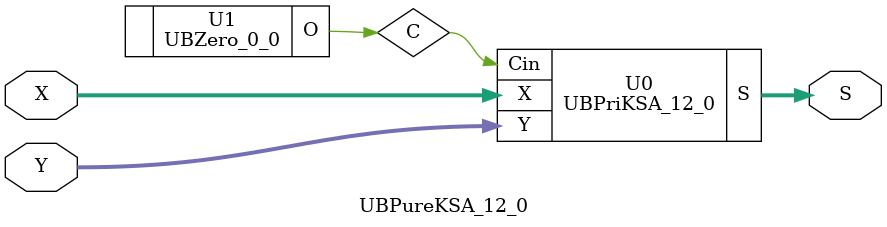
<source format=v>
/*----------------------------------------------------------------------------
  Copyright (c) 2021 Homma laboratory. All rights reserved.

  Top module: UBKSA_12_0_12_0

  Operand-1 length: 13
  Operand-2 length: 13
  Two-operand addition algorithm: Kogge-Stone adder
----------------------------------------------------------------------------*/

module GPGenerator(Go, Po, A, B);
  output Go;
  output Po;
  input A;
  input B;
  assign Go = A & B;
  assign Po = A ^ B;
endmodule

module CarryOperator(Go, Po, Gi1, Pi1, Gi2, Pi2);
  output Go;
  output Po;
  input Gi1;
  input Gi2;
  input Pi1;
  input Pi2;
  assign Go = Gi1 | ( Gi2 & Pi1 );
  assign Po = Pi1 & Pi2;
endmodule

module UBPriKSA_12_0(S, X, Y, Cin);
  output [13:0] S;
  input Cin;
  input [12:0] X;
  input [12:0] Y;
  wire [12:0] G0;
  wire [12:0] G1;
  wire [12:0] G2;
  wire [12:0] G3;
  wire [12:0] G4;
  wire [12:0] P0;
  wire [12:0] P1;
  wire [12:0] P2;
  wire [12:0] P3;
  wire [12:0] P4;
  assign P1[0] = P0[0];
  assign G1[0] = G0[0];
  assign P2[0] = P1[0];
  assign G2[0] = G1[0];
  assign P2[1] = P1[1];
  assign G2[1] = G1[1];
  assign P3[0] = P2[0];
  assign G3[0] = G2[0];
  assign P3[1] = P2[1];
  assign G3[1] = G2[1];
  assign P3[2] = P2[2];
  assign G3[2] = G2[2];
  assign P3[3] = P2[3];
  assign G3[3] = G2[3];
  assign P4[0] = P3[0];
  assign G4[0] = G3[0];
  assign P4[1] = P3[1];
  assign G4[1] = G3[1];
  assign P4[2] = P3[2];
  assign G4[2] = G3[2];
  assign P4[3] = P3[3];
  assign G4[3] = G3[3];
  assign P4[4] = P3[4];
  assign G4[4] = G3[4];
  assign P4[5] = P3[5];
  assign G4[5] = G3[5];
  assign P4[6] = P3[6];
  assign G4[6] = G3[6];
  assign P4[7] = P3[7];
  assign G4[7] = G3[7];
  assign S[0] = Cin ^ P0[0];
  assign S[1] = ( G4[0] | ( P4[0] & Cin ) ) ^ P0[1];
  assign S[2] = ( G4[1] | ( P4[1] & Cin ) ) ^ P0[2];
  assign S[3] = ( G4[2] | ( P4[2] & Cin ) ) ^ P0[3];
  assign S[4] = ( G4[3] | ( P4[3] & Cin ) ) ^ P0[4];
  assign S[5] = ( G4[4] | ( P4[4] & Cin ) ) ^ P0[5];
  assign S[6] = ( G4[5] | ( P4[5] & Cin ) ) ^ P0[6];
  assign S[7] = ( G4[6] | ( P4[6] & Cin ) ) ^ P0[7];
  assign S[8] = ( G4[7] | ( P4[7] & Cin ) ) ^ P0[8];
  assign S[9] = ( G4[8] | ( P4[8] & Cin ) ) ^ P0[9];
  assign S[10] = ( G4[9] | ( P4[9] & Cin ) ) ^ P0[10];
  assign S[11] = ( G4[10] | ( P4[10] & Cin ) ) ^ P0[11];
  assign S[12] = ( G4[11] | ( P4[11] & Cin ) ) ^ P0[12];
  assign S[13] = G4[12] | ( P4[12] & Cin );
  GPGenerator U0 (G0[0], P0[0], X[0], Y[0]);
  GPGenerator U1 (G0[1], P0[1], X[1], Y[1]);
  GPGenerator U2 (G0[2], P0[2], X[2], Y[2]);
  GPGenerator U3 (G0[3], P0[3], X[3], Y[3]);
  GPGenerator U4 (G0[4], P0[4], X[4], Y[4]);
  GPGenerator U5 (G0[5], P0[5], X[5], Y[5]);
  GPGenerator U6 (G0[6], P0[6], X[6], Y[6]);
  GPGenerator U7 (G0[7], P0[7], X[7], Y[7]);
  GPGenerator U8 (G0[8], P0[8], X[8], Y[8]);
  GPGenerator U9 (G0[9], P0[9], X[9], Y[9]);
  GPGenerator U10 (G0[10], P0[10], X[10], Y[10]);
  GPGenerator U11 (G0[11], P0[11], X[11], Y[11]);
  GPGenerator U12 (G0[12], P0[12], X[12], Y[12]);
  CarryOperator U13 (G1[1], P1[1], G0[1], P0[1], G0[0], P0[0]);
  CarryOperator U14 (G1[2], P1[2], G0[2], P0[2], G0[1], P0[1]);
  CarryOperator U15 (G1[3], P1[3], G0[3], P0[3], G0[2], P0[2]);
  CarryOperator U16 (G1[4], P1[4], G0[4], P0[4], G0[3], P0[3]);
  CarryOperator U17 (G1[5], P1[5], G0[5], P0[5], G0[4], P0[4]);
  CarryOperator U18 (G1[6], P1[6], G0[6], P0[6], G0[5], P0[5]);
  CarryOperator U19 (G1[7], P1[7], G0[7], P0[7], G0[6], P0[6]);
  CarryOperator U20 (G1[8], P1[8], G0[8], P0[8], G0[7], P0[7]);
  CarryOperator U21 (G1[9], P1[9], G0[9], P0[9], G0[8], P0[8]);
  CarryOperator U22 (G1[10], P1[10], G0[10], P0[10], G0[9], P0[9]);
  CarryOperator U23 (G1[11], P1[11], G0[11], P0[11], G0[10], P0[10]);
  CarryOperator U24 (G1[12], P1[12], G0[12], P0[12], G0[11], P0[11]);
  CarryOperator U25 (G2[2], P2[2], G1[2], P1[2], G1[0], P1[0]);
  CarryOperator U26 (G2[3], P2[3], G1[3], P1[3], G1[1], P1[1]);
  CarryOperator U27 (G2[4], P2[4], G1[4], P1[4], G1[2], P1[2]);
  CarryOperator U28 (G2[5], P2[5], G1[5], P1[5], G1[3], P1[3]);
  CarryOperator U29 (G2[6], P2[6], G1[6], P1[6], G1[4], P1[4]);
  CarryOperator U30 (G2[7], P2[7], G1[7], P1[7], G1[5], P1[5]);
  CarryOperator U31 (G2[8], P2[8], G1[8], P1[8], G1[6], P1[6]);
  CarryOperator U32 (G2[9], P2[9], G1[9], P1[9], G1[7], P1[7]);
  CarryOperator U33 (G2[10], P2[10], G1[10], P1[10], G1[8], P1[8]);
  CarryOperator U34 (G2[11], P2[11], G1[11], P1[11], G1[9], P1[9]);
  CarryOperator U35 (G2[12], P2[12], G1[12], P1[12], G1[10], P1[10]);
  CarryOperator U36 (G3[4], P3[4], G2[4], P2[4], G2[0], P2[0]);
  CarryOperator U37 (G3[5], P3[5], G2[5], P2[5], G2[1], P2[1]);
  CarryOperator U38 (G3[6], P3[6], G2[6], P2[6], G2[2], P2[2]);
  CarryOperator U39 (G3[7], P3[7], G2[7], P2[7], G2[3], P2[3]);
  CarryOperator U40 (G3[8], P3[8], G2[8], P2[8], G2[4], P2[4]);
  CarryOperator U41 (G3[9], P3[9], G2[9], P2[9], G2[5], P2[5]);
  CarryOperator U42 (G3[10], P3[10], G2[10], P2[10], G2[6], P2[6]);
  CarryOperator U43 (G3[11], P3[11], G2[11], P2[11], G2[7], P2[7]);
  CarryOperator U44 (G3[12], P3[12], G2[12], P2[12], G2[8], P2[8]);
  CarryOperator U45 (G4[8], P4[8], G3[8], P3[8], G3[0], P3[0]);
  CarryOperator U46 (G4[9], P4[9], G3[9], P3[9], G3[1], P3[1]);
  CarryOperator U47 (G4[10], P4[10], G3[10], P3[10], G3[2], P3[2]);
  CarryOperator U48 (G4[11], P4[11], G3[11], P3[11], G3[3], P3[3]);
  CarryOperator U49 (G4[12], P4[12], G3[12], P3[12], G3[4], P3[4]);
endmodule

module UBZero_0_0(O);
  output [0:0] O;
  assign O[0] = 0;
endmodule

module UBKSA_12_0_12_0 (S, X, Y);
  output [13:0] S;
  input [12:0] X;
  input [12:0] Y;
  UBPureKSA_12_0 U0 (S[13:0], X[12:0], Y[12:0]);
endmodule

module UBPureKSA_12_0 (S, X, Y);
  output [13:0] S;
  input [12:0] X;
  input [12:0] Y;
  wire C;
  UBPriKSA_12_0 U0 (S, X, Y, C);
  UBZero_0_0 U1 (C);
endmodule


</source>
